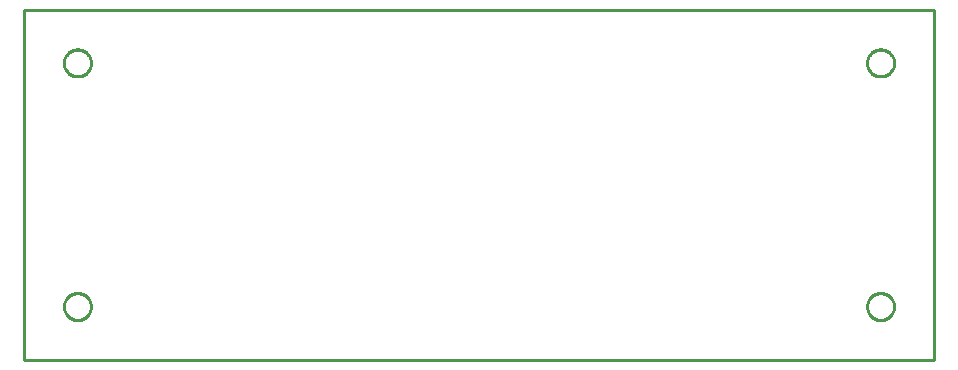
<source format=gbr>
G04 EAGLE Gerber RS-274X export*
G75*
%MOMM*%
%FSLAX34Y34*%
%LPD*%
%IN*%
%IPPOS*%
%AMOC8*
5,1,8,0,0,1.08239X$1,22.5*%
G01*
%ADD10C,0.254000*%


D10*
X0Y89D02*
X770000Y89D01*
X770000Y296311D01*
X0Y296311D01*
X0Y89D01*
X56430Y250887D02*
X56360Y249992D01*
X56219Y249105D01*
X56009Y248232D01*
X55732Y247377D01*
X55388Y246548D01*
X54980Y245747D01*
X54511Y244981D01*
X53983Y244255D01*
X53400Y243572D01*
X52765Y242937D01*
X52082Y242353D01*
X51355Y241825D01*
X50589Y241356D01*
X49789Y240948D01*
X48959Y240605D01*
X48105Y240327D01*
X47232Y240117D01*
X46345Y239977D01*
X45449Y239907D01*
X44551Y239907D01*
X43656Y239977D01*
X42768Y240117D01*
X41895Y240327D01*
X41041Y240605D01*
X40211Y240948D01*
X39411Y241356D01*
X38645Y241825D01*
X37918Y242353D01*
X37235Y242937D01*
X36600Y243572D01*
X36017Y244255D01*
X35489Y244981D01*
X35020Y245747D01*
X34612Y246548D01*
X34268Y247377D01*
X33991Y248232D01*
X33781Y249105D01*
X33640Y249992D01*
X33570Y250887D01*
X33570Y251786D01*
X33640Y252681D01*
X33781Y253568D01*
X33991Y254441D01*
X34268Y255296D01*
X34612Y256125D01*
X35020Y256926D01*
X35489Y257692D01*
X36017Y258418D01*
X36600Y259101D01*
X37235Y259736D01*
X37918Y260320D01*
X38645Y260848D01*
X39411Y261317D01*
X40211Y261725D01*
X41041Y262068D01*
X41895Y262346D01*
X42768Y262556D01*
X43656Y262696D01*
X44551Y262767D01*
X45449Y262767D01*
X46345Y262696D01*
X47232Y262556D01*
X48105Y262346D01*
X48959Y262068D01*
X49789Y261725D01*
X50589Y261317D01*
X51355Y260848D01*
X52082Y260320D01*
X52765Y259736D01*
X53400Y259101D01*
X53983Y258418D01*
X54511Y257692D01*
X54980Y256926D01*
X55388Y256125D01*
X55732Y255296D01*
X56009Y254441D01*
X56219Y253568D01*
X56360Y252681D01*
X56430Y251786D01*
X56430Y250887D01*
X56430Y44639D02*
X56360Y43744D01*
X56219Y42857D01*
X56009Y41984D01*
X55732Y41129D01*
X55388Y40300D01*
X54980Y39499D01*
X54511Y38733D01*
X53983Y38007D01*
X53400Y37324D01*
X52765Y36689D01*
X52082Y36105D01*
X51355Y35577D01*
X50589Y35108D01*
X49789Y34700D01*
X48959Y34357D01*
X48105Y34079D01*
X47232Y33869D01*
X46345Y33729D01*
X45449Y33659D01*
X44551Y33659D01*
X43656Y33729D01*
X42768Y33869D01*
X41895Y34079D01*
X41041Y34357D01*
X40211Y34700D01*
X39411Y35108D01*
X38645Y35577D01*
X37918Y36105D01*
X37235Y36689D01*
X36600Y37324D01*
X36017Y38007D01*
X35489Y38733D01*
X35020Y39499D01*
X34612Y40300D01*
X34268Y41129D01*
X33991Y41984D01*
X33781Y42857D01*
X33640Y43744D01*
X33570Y44639D01*
X33570Y45538D01*
X33640Y46433D01*
X33781Y47320D01*
X33991Y48193D01*
X34268Y49048D01*
X34612Y49877D01*
X35020Y50678D01*
X35489Y51444D01*
X36017Y52170D01*
X36600Y52853D01*
X37235Y53488D01*
X37918Y54072D01*
X38645Y54600D01*
X39411Y55069D01*
X40211Y55477D01*
X41041Y55820D01*
X41895Y56098D01*
X42768Y56308D01*
X43656Y56448D01*
X44551Y56519D01*
X45449Y56519D01*
X46345Y56448D01*
X47232Y56308D01*
X48105Y56098D01*
X48959Y55820D01*
X49789Y55477D01*
X50589Y55069D01*
X51355Y54600D01*
X52082Y54072D01*
X52765Y53488D01*
X53400Y52853D01*
X53983Y52170D01*
X54511Y51444D01*
X54980Y50678D01*
X55388Y49877D01*
X55732Y49048D01*
X56009Y48193D01*
X56219Y47320D01*
X56360Y46433D01*
X56430Y45538D01*
X56430Y44639D01*
X736388Y250887D02*
X736318Y249992D01*
X736177Y249105D01*
X735967Y248232D01*
X735690Y247377D01*
X735346Y246548D01*
X734938Y245747D01*
X734469Y244981D01*
X733941Y244255D01*
X733358Y243572D01*
X732723Y242937D01*
X732040Y242353D01*
X731313Y241825D01*
X730547Y241356D01*
X729747Y240948D01*
X728917Y240605D01*
X728063Y240327D01*
X727190Y240117D01*
X726303Y239977D01*
X725407Y239907D01*
X724509Y239907D01*
X723614Y239977D01*
X722726Y240117D01*
X721853Y240327D01*
X720999Y240605D01*
X720169Y240948D01*
X719369Y241356D01*
X718603Y241825D01*
X717876Y242353D01*
X717193Y242937D01*
X716558Y243572D01*
X715975Y244255D01*
X715447Y244981D01*
X714978Y245747D01*
X714570Y246548D01*
X714226Y247377D01*
X713949Y248232D01*
X713739Y249105D01*
X713598Y249992D01*
X713528Y250887D01*
X713528Y251786D01*
X713598Y252681D01*
X713739Y253568D01*
X713949Y254441D01*
X714226Y255296D01*
X714570Y256125D01*
X714978Y256926D01*
X715447Y257692D01*
X715975Y258418D01*
X716558Y259101D01*
X717193Y259736D01*
X717876Y260320D01*
X718603Y260848D01*
X719369Y261317D01*
X720169Y261725D01*
X720999Y262068D01*
X721853Y262346D01*
X722726Y262556D01*
X723614Y262696D01*
X724509Y262767D01*
X725407Y262767D01*
X726303Y262696D01*
X727190Y262556D01*
X728063Y262346D01*
X728917Y262068D01*
X729747Y261725D01*
X730547Y261317D01*
X731313Y260848D01*
X732040Y260320D01*
X732723Y259736D01*
X733358Y259101D01*
X733941Y258418D01*
X734469Y257692D01*
X734938Y256926D01*
X735346Y256125D01*
X735690Y255296D01*
X735967Y254441D01*
X736177Y253568D01*
X736318Y252681D01*
X736388Y251786D01*
X736388Y250887D01*
X736388Y44639D02*
X736318Y43744D01*
X736177Y42857D01*
X735967Y41984D01*
X735690Y41129D01*
X735346Y40300D01*
X734938Y39499D01*
X734469Y38733D01*
X733941Y38007D01*
X733358Y37324D01*
X732723Y36689D01*
X732040Y36105D01*
X731313Y35577D01*
X730547Y35108D01*
X729747Y34700D01*
X728917Y34357D01*
X728063Y34079D01*
X727190Y33869D01*
X726303Y33729D01*
X725407Y33659D01*
X724509Y33659D01*
X723614Y33729D01*
X722726Y33869D01*
X721853Y34079D01*
X720999Y34357D01*
X720169Y34700D01*
X719369Y35108D01*
X718603Y35577D01*
X717876Y36105D01*
X717193Y36689D01*
X716558Y37324D01*
X715975Y38007D01*
X715447Y38733D01*
X714978Y39499D01*
X714570Y40300D01*
X714226Y41129D01*
X713949Y41984D01*
X713739Y42857D01*
X713598Y43744D01*
X713528Y44639D01*
X713528Y45538D01*
X713598Y46433D01*
X713739Y47320D01*
X713949Y48193D01*
X714226Y49048D01*
X714570Y49877D01*
X714978Y50678D01*
X715447Y51444D01*
X715975Y52170D01*
X716558Y52853D01*
X717193Y53488D01*
X717876Y54072D01*
X718603Y54600D01*
X719369Y55069D01*
X720169Y55477D01*
X720999Y55820D01*
X721853Y56098D01*
X722726Y56308D01*
X723614Y56448D01*
X724509Y56519D01*
X725407Y56519D01*
X726303Y56448D01*
X727190Y56308D01*
X728063Y56098D01*
X728917Y55820D01*
X729747Y55477D01*
X730547Y55069D01*
X731313Y54600D01*
X732040Y54072D01*
X732723Y53488D01*
X733358Y52853D01*
X733941Y52170D01*
X734469Y51444D01*
X734938Y50678D01*
X735346Y49877D01*
X735690Y49048D01*
X735967Y48193D01*
X736177Y47320D01*
X736318Y46433D01*
X736388Y45538D01*
X736388Y44639D01*
M02*

</source>
